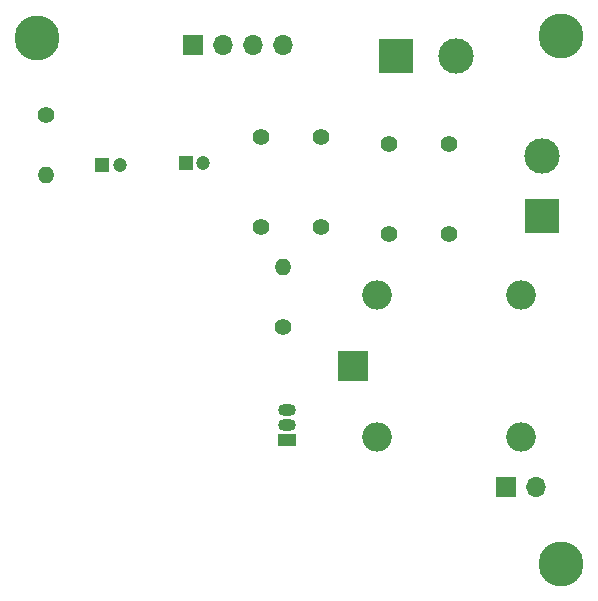
<source format=gbr>
%TF.GenerationSoftware,KiCad,Pcbnew,7.0.7*%
%TF.CreationDate,2024-06-16T14:46:00+02:00*%
%TF.ProjectId,Enchufe_inteligenteV2,456e6368-7566-4655-9f69-6e74656c6967,v1.1*%
%TF.SameCoordinates,Original*%
%TF.FileFunction,Soldermask,Bot*%
%TF.FilePolarity,Negative*%
%FSLAX46Y46*%
G04 Gerber Fmt 4.6, Leading zero omitted, Abs format (unit mm)*
G04 Created by KiCad (PCBNEW 7.0.7) date 2024-06-16 14:46:00*
%MOMM*%
%LPD*%
G01*
G04 APERTURE LIST*
%ADD10R,1.500000X1.050000*%
%ADD11O,1.500000X1.050000*%
%ADD12R,2.500000X2.500000*%
%ADD13O,2.500000X2.500000*%
%ADD14C,1.397000*%
%ADD15C,3.800000*%
%ADD16R,1.200000X1.200000*%
%ADD17C,1.200000*%
%ADD18C,1.400000*%
%ADD19O,1.400000X1.400000*%
%ADD20R,3.000000X3.000000*%
%ADD21C,3.000000*%
%ADD22R,1.700000X1.700000*%
%ADD23O,1.700000X1.700000*%
G04 APERTURE END LIST*
D10*
%TO.C,NPN*%
X251010000Y-99860000D03*
D11*
X251010000Y-98590000D03*
X251010000Y-97320000D03*
%TD*%
D12*
%TO.C,Rele*%
X256610000Y-93575000D03*
D13*
X258610000Y-99575000D03*
X270810000Y-99575000D03*
X270810000Y-87575000D03*
X258610000Y-87575000D03*
%TD*%
D14*
%TO.C,Reset*%
X259610000Y-82440000D03*
X259610000Y-74820000D03*
X264690000Y-82440000D03*
X264690000Y-74820000D03*
%TD*%
D15*
%TO.C,REF\u002A\u002A1*%
X274230000Y-65660000D03*
%TD*%
D16*
%TO.C,C2*%
X235370000Y-76540000D03*
D17*
X236870000Y-76540000D03*
%TD*%
D18*
%TO.C,RNPN*%
X230620000Y-72360000D03*
D19*
X230620000Y-77440000D03*
%TD*%
D15*
%TO.C,REF\u002A\u002A2*%
X229820000Y-65790000D03*
%TD*%
%TO.C,REF\u002A\u002A*%
X274200000Y-110360000D03*
%TD*%
D14*
%TO.C,Boot*%
X253900000Y-74220000D03*
X253900000Y-81840000D03*
X248820000Y-74220000D03*
X248820000Y-81840000D03*
%TD*%
D20*
%TO.C,Entrada*%
X272570000Y-80910000D03*
D21*
X272570000Y-75830000D03*
%TD*%
D22*
%TO.C,LP*%
X269525000Y-103780000D03*
D23*
X272065000Y-103780000D03*
%TD*%
D16*
%TO.C,C1*%
X242430000Y-76420000D03*
D17*
X243930000Y-76420000D03*
%TD*%
D20*
%TO.C,Alimentacion5V*%
X260220000Y-67300000D03*
D21*
X265300000Y-67300000D03*
%TD*%
D22*
%TO.C,Uart*%
X243070000Y-66400000D03*
D23*
X245610000Y-66400000D03*
X248150000Y-66400000D03*
X250690000Y-66400000D03*
%TD*%
D18*
%TO.C,R1*%
X250640000Y-90300000D03*
D19*
X250640000Y-85220000D03*
%TD*%
M02*

</source>
